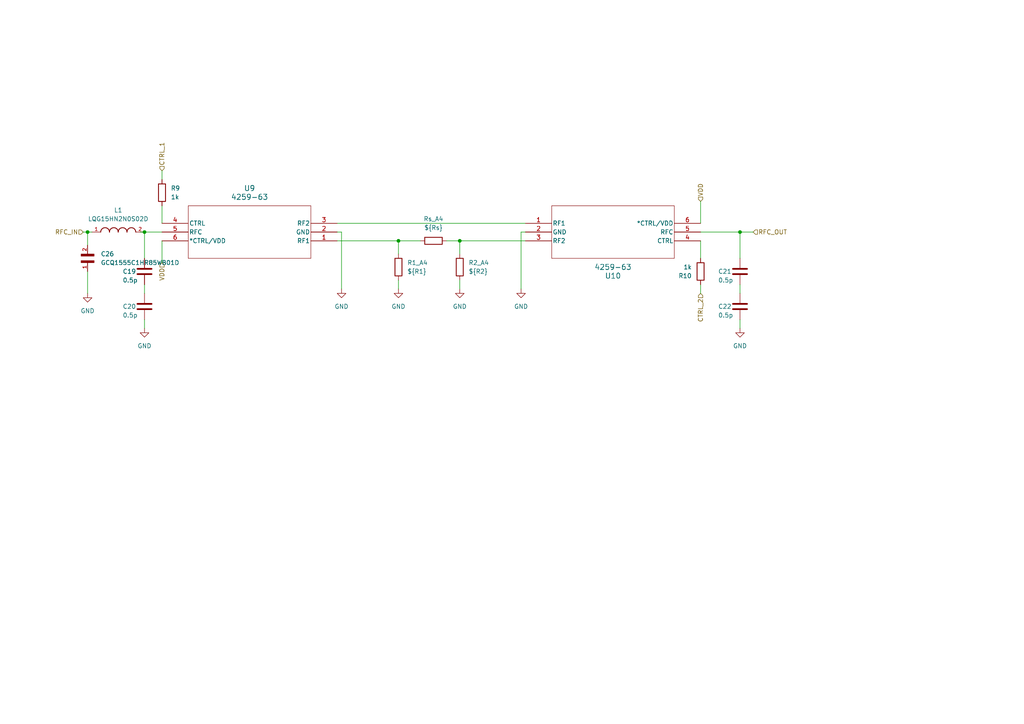
<source format=kicad_sch>
(kicad_sch (version 20230121) (generator eeschema)
  (paper "A4")
  (lib_symbols
    (symbol "Device:C" (pin_numbers hide) (pin_names (offset 0.254))
      (property "Reference" "C" (at 0.635 2.54 0))
      (property "Value" "C" (at 0.635 -2.54 0))
      (symbol "C_0_1"
        (polyline (pts (xy -2.032 -0.762) (xy 2.032 -0.762)) (stroke (width 0.508)))
        (polyline (pts (xy -2.032 0.762) (xy 2.032 0.762)) (stroke (width 0.508)))
      )
      (symbol "C_1_1"
        (pin passive line (at 0 3.81 270) (length 2.794) (name "~") (number "1"))
        (pin passive line (at 0 -3.81 90) (length 2.794) (name "~") (number "2"))
      )
    )
    (symbol "Device:R" (pin_numbers hide) (pin_names (offset 0))
      (property "Reference" "R" (at 2.032 0 90))
      (property "Value" "R" (at 0 0 90))
      (symbol "R_0_1"
        (rectangle (start -1.016 -2.54) (end 1.016 2.54) (stroke (width 0.254)))
      )
      (symbol "R_1_1"
        (pin passive line (at 0 3.81 270) (length 1.27) (name "~") (number "1"))
        (pin passive line (at 0 -3.81 90) (length 1.27) (name "~") (number "2"))
      )
    )
    (symbol "c_switch:GCQ1555C1HR85WB01D" (pin_names (offset 1.016))
      (property "Reference" "C" (at 0 3.8109 0))
      (property "Value" "GCQ1555C1HR85WB01D" (at 0 -5.0885 0))
      (symbol "GCQ1555C1HR85WB01D_0_0"
        (rectangle (start 0 -1.9069) (end 0.635 1.905) (stroke (width 0.1)) (fill (type outline)))
        (rectangle (start 1.9069 -1.9069) (end 2.54 1.905) (stroke (width 0.1)) (fill (type outline)))
        (pin passive line (at -2.54 0 0) (length 2.54) (name "~") (number "1"))
        (pin passive line (at 5.08 0 180) (length 2.54) (name "~") (number "2"))
      )
    )
    (symbol "l_switch:LQG15HN2N0S02D" (pin_names (offset 1.016))
      (property "Reference" "L" (at -7.62 5.08 0))
      (property "Value" "LQG15HN2N0S02D" (at -7.62 2.54 0))
      (symbol "LQG15HN2N0S02D_0_0"
        (arc (start -2.54 0) (mid -3.81 1.2645) (end -5.08 0) (stroke (width 0.254)))
        (arc (start 0 0) (mid -1.27 1.2645) (end -2.54 0) (stroke (width 0.254)))
        (arc (start 2.54 0) (mid 1.27 1.2645) (end 0 0) (stroke (width 0.254)))
        (arc (start 5.08 0) (mid 3.81 1.2645) (end 2.54 0) (stroke (width 0.254)))
        (pin passive line (at -7.62 0 0) (length 2.54) (name "~") (number "1"))
        (pin passive line (at 7.62 0 180) (length 2.54) (name "~") (number "2"))
      )
    )
    (symbol "power:GND" (power) (pin_names (offset 0))
      (property "Value" "GND" (at 0 -3.81 0))
      (symbol "GND_0_1"
        (polyline (pts (xy 0 0) (xy 0 -1.27) (xy 1.27 -1.27) (xy 0 -2.54) (xy -1.27 -1.27) (xy 0 -1.27)))
      )
      (symbol "GND_1_1"
        (pin power_in line (at 0 0 270) (length 0) hide (name "GND") (number "1"))
      )
    )
    (symbol "rf_switch:4259-63" (pin_names (offset 0.254))
      (property "Reference" "U" (at 25.4 10.16 0))
      (property "Value" "4259-63" (at 25.4 7.62 0))
      (symbol "4259-63_0_1"
        (polyline (pts (xy 7.62 -10.16) (xy 43.18 -10.16)) (stroke (width 0.127)))
        (polyline (pts (xy 7.62 5.08) (xy 7.62 -10.16)) (stroke (width 0.127)))
        (polyline (pts (xy 43.18 -10.16) (xy 43.18 5.08)) (stroke (width 0.127)))
        (polyline (pts (xy 43.18 5.08) (xy 7.62 5.08)) (stroke (width 0.127)))
        (pin bidirectional line (at 0 0 0) (length 7.62) (name "RF1") (number "1"))
        (pin power_out line (at 0 -2.54 0) (length 7.62) (name "GND") (number "2"))
        (pin bidirectional line (at 0 -5.08 0) (length 7.62) (name "RF2") (number "3"))
        (pin unspecified line (at 50.8 -5.08 180) (length 7.62) (name "CTRL") (number "4"))
        (pin unspecified line (at 50.8 -2.54 180) (length 7.62) (name "RFC") (number "5"))
        (pin power_in line (at 50.8 0 180) (length 7.62) (name "*CTRL/VDD") (number "6"))
      )
    )
  )
  (junction (at 133.35 69.85))
  (junction (at 41.91 67.31))
  (junction (at 25.4 67.31))
  (junction (at 214.63 67.31))
  (junction (at 115.57 69.85))
  (wire (pts (xy 214.63 74.93) (xy 214.63 67.31)))
  (wire (pts (xy 214.63 82.55) (xy 214.63 85.09)))
  (wire (pts (xy 133.35 69.85) (xy 129.54 69.85)))
  (wire (pts (xy 133.35 73.66) (xy 133.35 69.85)))
  (wire (pts (xy 203.2 64.77) (xy 203.2 58.42)))
  (wire (pts (xy 99.06 67.31) (xy 97.79 67.31)))
  (wire (pts (xy 24.13 67.31) (xy 25.4 67.31)))
  (wire (pts (xy 41.91 74.93) (xy 41.91 67.31)))
  (wire (pts (xy 99.06 83.82) (xy 99.06 67.31)))
  (wire (pts (xy 115.57 81.28) (xy 115.57 83.82)))
  (wire (pts (xy 203.2 74.93) (xy 203.2 69.85)))
  (wire (pts (xy 203.2 85.09) (xy 203.2 82.55)))
  (wire (pts (xy 151.13 83.82) (xy 151.13 67.31)))
  (wire (pts (xy 46.99 49.53) (xy 46.99 52.07)))
  (wire (pts (xy 41.91 92.71) (xy 41.91 95.25)))
  (wire (pts (xy 151.13 67.31) (xy 152.4 67.31)))
  (wire (pts (xy 25.4 78.74) (xy 25.4 85.09)))
  (wire (pts (xy 133.35 81.28) (xy 133.35 83.82)))
  (wire (pts (xy 46.99 59.69) (xy 46.99 64.77)))
  (wire (pts (xy 133.35 69.85) (xy 152.4 69.85)))
  (wire (pts (xy 214.63 92.71) (xy 214.63 95.25)))
  (wire (pts (xy 97.79 69.85) (xy 115.57 69.85)))
  (wire (pts (xy 41.91 82.55) (xy 41.91 85.09)))
  (wire (pts (xy 41.91 67.31) (xy 46.99 67.31)))
  (wire (pts (xy 25.4 67.31) (xy 26.67 67.31)))
  (wire (pts (xy 40.64 67.31) (xy 41.91 67.31)))
  (wire (pts (xy 115.57 69.85) (xy 115.57 73.66)))
  (wire (pts (xy 25.4 67.31) (xy 25.4 71.12)))
  (wire (pts (xy 203.2 67.31) (xy 214.63 67.31)))
  (wire (pts (xy 121.92 69.85) (xy 115.57 69.85)))
  (wire (pts (xy 46.99 69.85) (xy 46.99 76.2)))
  (wire (pts (xy 214.63 67.31) (xy 218.44 67.31)))
  (wire (pts (xy 97.79 64.77) (xy 152.4 64.77)))
  (hierarchical_label "VDD" (shape input) (at 203.2 58.42 90))
  (hierarchical_label "VDD" (shape input) (at 46.99 76.2 270))
  (hierarchical_label "RFC_OUT" (shape input) (at 218.44 67.31 0))
  (hierarchical_label "CTRL_1" (shape input) (at 46.99 49.53 90))
  (hierarchical_label "RFC_IN" (shape input) (at 24.13 67.31 180))
  (hierarchical_label "CTRL_2" (shape input) (at 203.2 85.09 270))
  (symbol (lib_id "power:GND") (at 151.13 83.82 0) (unit 1)
    (property "Reference" "#PWR033" (effects hide))
    (property "Value" "GND" (at 151.13 88.9 0))
    (instances (project "attenuator" (path "" (reference "#PWR033") (unit 1)) (path "" (reference "#PWR09") (unit 1)) (path "" (reference "#PWR015") (unit 1)) (path "" (reference "#PWR021") (unit 1))))
  )
  (symbol (lib_id "c_switch:GCQ1555C1HR85WB01D") (at 25.4 76.2 90) (unit 1)
    (property "Reference" "C26" (at 29.21 73.66 90) (effects (justify right)))
    (property "Value" "GCQ1555C1HR85WB01D" (at 29.21 76.2 90) (effects (justify right)))
    (property "Footprint" "attenuator:CAPC1005X55N" (effects hide))
    (instances (project "attenuator" (path "" (reference "C26") (unit 1)) (path "" (reference "C23") (unit 1)) (path "" (reference "C24") (unit 1)) (path "" (reference "C25") (unit 1))))
  )
  (symbol (lib_id "Device:R") (at 133.35 77.47 0) (unit 1)
    (property "Reference" "R2_A4" (at 135.89 76.2 0) (effects (justify left)))
    (property "Value" "${R2}" (at 135.89 78.74 0) (effects (justify left)))
    (property "Footprint" "Resistor_SMD:R_0603_1608Metric_Pad0.98x0.95mm_HandSolder" (effects hide))
    (instances (project "attenuator" (path "" (reference "R2_A4") (unit 1)) (path "" (reference "R2_A2") (unit 1)) (path "" (reference "R2_A1") (unit 1)) (path "" (reference "R2_A3") (unit 1))))
  )
  (symbol (lib_id "Device:R") (at 203.2 78.74 180) (unit 1)
    (property "Reference" "R10" (at 200.66 80.01 0) (effects (justify left)))
    (property "Value" "1k" (at 200.66 77.47 0) (effects (justify left)))
    (property "Footprint" "Resistor_SMD:R_0603_1608Metric_Pad0.98x0.95mm_HandSolder" (effects hide))
    (instances (project "attenuator" (path "" (reference "R10") (unit 1)) (path "" (reference "R4") (unit 1)) (path "" (reference "R2") (unit 1)) (path "" (reference "R6") (unit 1))))
  )
  (symbol (lib_id "power:GND") (at 133.35 83.82 0) (unit 1)
    (property "Reference" "#PWR032" (effects hide))
    (property "Value" "GND" (at 133.35 88.9 0))
    (instances (project "attenuator" (path "" (reference "#PWR032") (unit 1)) (path "" (reference "#PWR08") (unit 1)) (path "" (reference "#PWR014") (unit 1)) (path "" (reference "#PWR020") (unit 1))))
  )
  (symbol (lib_id "Device:C") (at 214.63 78.74 0) (unit 1)
    (property "Reference" "C21" (at 208.28 78.74 0) (effects (justify left)))
    (property "Value" "0.5p" (at 208.28 81.28 0) (effects (justify left)))
    (property "Footprint" "Capacitor_SMD:C_0603_1608Metric" (effects hide))
    (instances (project "attenuator" (path "" (reference "C21") (unit 1)) (path "" (reference "C9") (unit 1)) (path "" (reference "C5") (unit 1)) (path "" (reference "C13") (unit 1))))
  )
  (symbol (lib_id "Device:R") (at 125.73 69.85 90) (unit 1)
    (property "Reference" "Rs_A4" (at 125.73 63.5 90))
    (property "Value" "${Rs}" (at 125.73 66.04 90))
    (property "Footprint" "Resistor_SMD:R_0603_1608Metric_Pad0.98x0.95mm_HandSolder" (effects hide))
    (instances (project "attenuator" (path "" (reference "Rs_A4") (unit 1)) (path "" (reference "Rs_A2") (unit 1)) (path "" (reference "Rs_A1") (unit 1)) (path "" (reference "Rs_A3") (unit 1))))
  )
  (symbol (lib_id "Device:C") (at 214.63 88.9 0) (unit 1)
    (property "Reference" "C22" (at 208.28 88.9 0) (effects (justify left)))
    (property "Value" "0.5p" (at 208.28 91.44 0) (effects (justify left)))
    (property "Footprint" "Capacitor_SMD:C_0603_1608Metric" (effects hide))
    (instances (project "attenuator" (path "" (reference "C22") (unit 1)) (path "" (reference "C10") (unit 1)) (path "" (reference "C6") (unit 1)) (path "" (reference "C14") (unit 1))))
  )
  (symbol (lib_id "Device:R") (at 46.99 55.88 0) (unit 1)
    (property "Reference" "R9" (at 49.53 54.61 0) (effects (justify left)))
    (property "Value" "1k" (at 49.53 57.15 0) (effects (justify left)))
    (property "Footprint" "Resistor_SMD:R_0603_1608Metric_Pad0.98x0.95mm_HandSolder" (effects hide))
    (instances (project "attenuator" (path "" (reference "R9") (unit 1)) (path "" (reference "R3") (unit 1)) (path "" (reference "R1") (unit 1)) (path "" (reference "R5") (unit 1))))
  )
  (symbol (lib_id "rf_switch:4259-63") (at 152.4 64.77 0) (unit 1)
    (property "Reference" "U10" (at 177.8 80.01 0) (effects (font (size 1.524 1.524))))
    (property "Value" "4259-63" (at 177.8 77.47 0) (effects (font (size 1.524 1.524))))
    (property "Footprint" "switch:SC-70-6_PSM" (effects hide))
    (property "Datasheet" "4259-63" (effects hide))
    (instances (project "attenuator" (path "" (reference "U10") (unit 1)) (path "" (reference "U4") (unit 1)) (path "" (reference "U2") (unit 1)) (path "" (reference "U6") (unit 1))))
  )
  (symbol (lib_id "rf_switch:4259-63") (at 97.79 69.85 180) (unit 1)
    (property "Reference" "U9" (at 72.39 54.61 0) (effects (font (size 1.524 1.524))))
    (property "Value" "4259-63" (at 72.39 57.15 0) (effects (font (size 1.524 1.524))))
    (property "Footprint" "switch:SC-70-6_PSM" (effects hide))
    (property "Datasheet" "4259-63" (effects hide))
    (instances (project "attenuator" (path "" (reference "U9") (unit 1)) (path "" (reference "U3") (unit 1)) (path "" (reference "U1") (unit 1)) (path "" (reference "U5") (unit 1))))
  )
  (symbol (lib_id "l_switch:LQG15HN2N0S02D") (at 34.29 67.31 0) (unit 1)
    (property "Reference" "L1" (at 34.29 60.96 0))
    (property "Value" "LQG15HN2N0S02D" (at 34.29 63.5 0))
    (property "Footprint" "attenuator:INDC1005X55N" (effects hide))
    (instances (project "attenuator" (path "" (reference "L1") (unit 1)) (path "" (reference "L2") (unit 1)) (path "" (reference "L3") (unit 1)) (path "" (reference "L4") (unit 1))))
  )
  (symbol (lib_id "Device:R") (at 115.57 77.47 0) (unit 1)
    (property "Reference" "R1_A4" (at 118.11 76.2 0) (effects (justify left)))
    (property "Value" "${R1}" (at 118.11 78.74 0) (effects (justify left)))
    (property "Footprint" "Resistor_SMD:R_0603_1608Metric_Pad0.98x0.95mm_HandSolder" (effects hide))
    (instances (project "attenuator" (path "" (reference "R1_A4") (unit 1)) (path "" (reference "R1_A2") (unit 1)) (path "" (reference "R1_A1") (unit 1)) (path "" (reference "R1_A3") (unit 1))))
  )
  (symbol (lib_id "power:GND") (at 41.91 95.25 0) (unit 1)
    (property "Reference" "#PWR029" (effects hide))
    (property "Value" "GND" (at 41.91 100.33 0))
    (instances (project "attenuator" (path "" (reference "#PWR029") (unit 1)) (path "" (reference "#PWR05") (unit 1)) (path "" (reference "#PWR011") (unit 1)) (path "" (reference "#PWR017") (unit 1))))
  )
  (symbol (lib_id "Device:C") (at 41.91 88.9 0) (unit 1)
    (property "Reference" "C20" (at 35.56 88.9 0) (effects (justify left)))
    (property "Value" "0.5p" (at 35.56 91.44 0) (effects (justify left)))
    (property "Footprint" "Capacitor_SMD:C_0603_1608Metric" (effects hide))
    (instances (project "attenuator" (path "" (reference "C20") (unit 1)) (path "" (reference "C8") (unit 1)) (path "" (reference "C4") (unit 1)) (path "" (reference "C12") (unit 1))))
  )
  (symbol (lib_id "power:GND") (at 25.4 85.09 0) (unit 1)
    (property "Reference" "#PWR039" (effects hide))
    (property "Value" "GND" (at 25.4 90.17 0))
    (instances (project "attenuator" (path "" (reference "#PWR039") (unit 1)) (path "" (reference "#PWR040") (unit 1)) (path "" (reference "#PWR041") (unit 1)) (path "" (reference "#PWR042") (unit 1))))
  )
  (symbol (lib_id "Device:C") (at 41.91 78.74 0) (unit 1)
    (property "Reference" "C19" (at 35.56 78.74 0) (effects (justify left)))
    (property "Value" "0.5p" (at 35.56 81.28 0) (effects (justify left)))
    (property "Footprint" "Capacitor_SMD:C_0603_1608Metric" (effects hide))
    (instances (project "attenuator" (path "" (reference "C19") (unit 1)) (path "" (reference "C7") (unit 1)) (path "" (reference "C3") (unit 1)) (path "" (reference "C11") (unit 1))))
  )
  (symbol (lib_id "power:GND") (at 99.06 83.82 0) (unit 1)
    (property "Reference" "#PWR030" (effects hide))
    (property "Value" "GND" (at 99.06 88.9 0))
    (instances (project "attenuator" (path "" (reference "#PWR030") (unit 1)) (path "" (reference "#PWR06") (unit 1)) (path "" (reference "#PWR012") (unit 1)) (path "" (reference "#PWR018") (unit 1))))
  )
  (symbol (lib_id "power:GND") (at 115.57 83.82 0) (unit 1)
    (property "Reference" "#PWR031" (effects hide))
    (property "Value" "GND" (at 115.57 88.9 0))
    (instances (project "attenuator" (path "" (reference "#PWR031") (unit 1)) (path "" (reference "#PWR07") (unit 1)) (path "" (reference "#PWR013") (unit 1)) (path "" (reference "#PWR019") (unit 1))))
  )
  (symbol (lib_id "power:GND") (at 214.63 95.25 0) (unit 1)
    (property "Reference" "#PWR034" (effects hide))
    (property "Value" "GND" (at 214.63 100.33 0))
    (instances (project "attenuator" (path "" (reference "#PWR034") (unit 1)) (path "" (reference "#PWR010") (unit 1)) (path "" (reference "#PWR016") (unit 1)) (path "" (reference "#PWR022") (unit 1))))
  )
)
</source>
